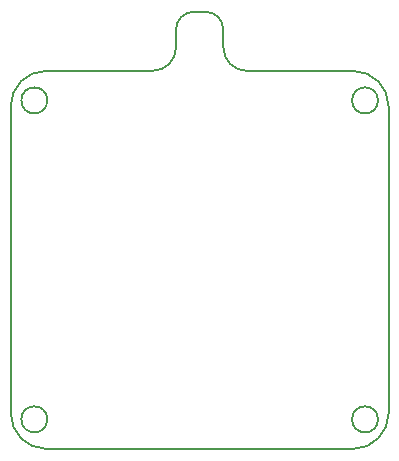
<source format=gbr>
%TF.GenerationSoftware,KiCad,Pcbnew,6.0.7-f9a2dced07~116~ubuntu22.04.1*%
%TF.CreationDate,2022-09-16T16:44:02+02:00*%
%TF.ProjectId,PCB,5043422e-6b69-4636-9164-5f7063625858,alfa*%
%TF.SameCoordinates,Original*%
%TF.FileFunction,Profile,NP*%
%FSLAX46Y46*%
G04 Gerber Fmt 4.6, Leading zero omitted, Abs format (unit mm)*
G04 Created by KiCad (PCBNEW 6.0.7-f9a2dced07~116~ubuntu22.04.1) date 2022-09-16 16:44:02*
%MOMM*%
%LPD*%
G01*
G04 APERTURE LIST*
%TA.AperFunction,Profile*%
%ADD10C,0.200000*%
%TD*%
G04 APERTURE END LIST*
D10*
X63560000Y-72530000D02*
G75*
G03*
X60560000Y-75530000I0J-3000000D01*
G01*
X78560000Y-70530000D02*
G75*
G03*
X80560000Y-72530000I2000000J0D01*
G01*
X63660000Y-75030000D02*
G75*
G03*
X63660000Y-75030000I-1100000J0D01*
G01*
X72560000Y-72530000D02*
G75*
G03*
X74560000Y-70530000I0J2000000D01*
G01*
X89560000Y-104530000D02*
X63560000Y-104530000D01*
X76060000Y-67530000D02*
G75*
G03*
X74560000Y-69030000I0J-1500000D01*
G01*
X89560000Y-104530000D02*
G75*
G03*
X92560000Y-101530000I0J3000000D01*
G01*
X60560000Y-75530000D02*
X60560000Y-101530000D01*
X74560000Y-69030000D02*
X74560000Y-70530000D01*
X91660000Y-102030000D02*
G75*
G03*
X91660000Y-102030000I-1100000J0D01*
G01*
X89560000Y-72530000D02*
X80560000Y-72530000D01*
X72560000Y-72530000D02*
X63560000Y-72530000D01*
X91660000Y-75030000D02*
G75*
G03*
X91660000Y-75030000I-1100000J0D01*
G01*
X63660000Y-102030000D02*
G75*
G03*
X63660000Y-102030000I-1100000J0D01*
G01*
X77060000Y-67530000D02*
X76060000Y-67530000D01*
X78560000Y-69030000D02*
G75*
G03*
X77060000Y-67530000I-1500000J0D01*
G01*
X92560000Y-101530000D02*
X92560000Y-75530000D01*
X78560000Y-70530000D02*
X78560000Y-69030000D01*
X92560000Y-75530000D02*
G75*
G03*
X89560000Y-72530000I-3000000J0D01*
G01*
X60560000Y-101530000D02*
G75*
G03*
X63560000Y-104530000I3000000J0D01*
G01*
M02*

</source>
